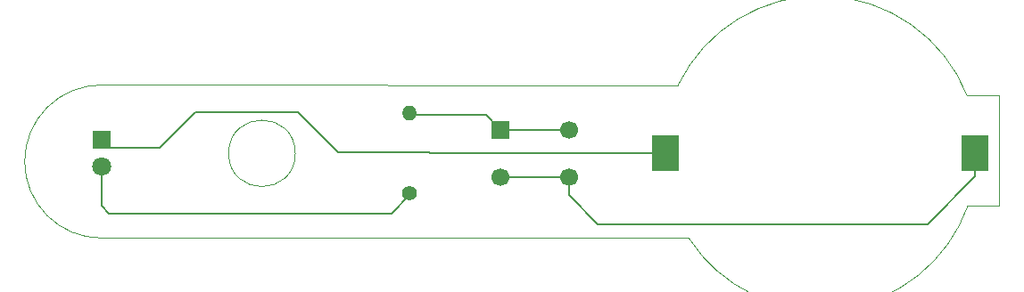
<source format=gbr>
%TF.GenerationSoftware,KiCad,Pcbnew,9.0.1*%
%TF.CreationDate,2025-06-02T10:32:26+09:00*%
%TF.ProjectId,Project 1 LED Torch,50726f6a-6563-4742-9031-204c45442054,1*%
%TF.SameCoordinates,Original*%
%TF.FileFunction,Copper,L1,Top*%
%TF.FilePolarity,Positive*%
%FSLAX46Y46*%
G04 Gerber Fmt 4.6, Leading zero omitted, Abs format (unit mm)*
G04 Created by KiCad (PCBNEW 9.0.1) date 2025-06-02 10:32:26*
%MOMM*%
%LPD*%
G01*
G04 APERTURE LIST*
%TA.AperFunction,ComponentPad*%
%ADD10C,1.800000*%
%TD*%
%TA.AperFunction,ComponentPad*%
%ADD11R,1.800000X1.800000*%
%TD*%
%TA.AperFunction,ComponentPad*%
%ADD12O,1.400000X1.400000*%
%TD*%
%TA.AperFunction,ComponentPad*%
%ADD13C,1.400000*%
%TD*%
%TA.AperFunction,ComponentPad*%
%ADD14C,1.700000*%
%TD*%
%TA.AperFunction,ComponentPad*%
%ADD15R,1.700000X1.700000*%
%TD*%
%TA.AperFunction,SMDPad,CuDef*%
%ADD16R,2.540000X3.510000*%
%TD*%
%TA.AperFunction,Conductor*%
%ADD17C,0.200000*%
%TD*%
%TA.AperFunction,Profile*%
%ADD18C,0.050000*%
%TD*%
G04 APERTURE END LIST*
D10*
%TO.P,D1,2,A*%
%TO.N,/LED_Anode*%
X90250000Y-104765000D03*
D11*
%TO.P,D1,1,K*%
%TO.N,/LED_Cathode*%
X90250000Y-102225000D03*
%TD*%
D12*
%TO.P,R1,2*%
%TO.N,Net-(SW1A-A)*%
X119500000Y-99690000D03*
D13*
%TO.P,R1,1*%
%TO.N,/LED_Anode*%
X119500000Y-107310000D03*
%TD*%
D14*
%TO.P,SW1,2,B*%
%TO.N,/BAT_Pos*%
X134625000Y-105750000D03*
X128125000Y-105750000D03*
%TO.P,SW1,1,A*%
%TO.N,Net-(SW1A-A)*%
X134625000Y-101250000D03*
D15*
X128125000Y-101250000D03*
%TD*%
D16*
%TO.P,BT1,2,-*%
%TO.N,/LED_Cathode*%
X143820000Y-103500000D03*
%TO.P,BT1,1,+*%
%TO.N,/BAT_Pos*%
X173180000Y-103500000D03*
%TD*%
D17*
%TO.N,/BAT_Pos*%
X173180000Y-105720000D02*
X173180000Y-103500000D01*
X168650000Y-110250000D02*
X173180000Y-105720000D01*
X134625000Y-107475000D02*
X137400000Y-110250000D01*
X134625000Y-105750000D02*
X134625000Y-107475000D01*
X137400000Y-110250000D02*
X168650000Y-110250000D01*
%TO.N,/LED_Anode*%
X90983000Y-109233000D02*
X117767000Y-109233000D01*
X90250000Y-108500000D02*
X90250000Y-105540000D01*
X90983000Y-109233000D02*
X90250000Y-108500000D01*
X117767000Y-109233000D02*
X119500000Y-107500000D01*
%TO.N,Net-(SW1A-A)*%
X128125000Y-101250000D02*
X134625000Y-101250000D01*
%TO.N,/BAT_Pos*%
X128125000Y-105750000D02*
X134625000Y-105750000D01*
%TO.N,/LED_Cathode*%
X121450000Y-103500000D02*
X143820000Y-103500000D01*
X121350000Y-103400000D02*
X121450000Y-103500000D01*
X112700000Y-103400000D02*
X121350000Y-103400000D01*
X108900000Y-99600000D02*
X112700000Y-103400000D01*
X99200000Y-99600000D02*
X108900000Y-99600000D01*
X95800000Y-103000000D02*
X99200000Y-99600000D01*
X90250000Y-103000000D02*
X95800000Y-103000000D01*
%TO.N,Net-(SW1A-A)*%
X126755000Y-99880000D02*
X128125000Y-101250000D01*
X119500000Y-99880000D02*
X126755000Y-99880000D01*
%TD*%
D18*
X90275000Y-97000000D02*
X145007191Y-97003463D01*
X90250000Y-111550043D02*
G75*
G02*
X90275000Y-97000000I0J7275043D01*
G01*
X175500000Y-98000000D02*
X174500000Y-98000000D01*
X175500000Y-108500000D02*
X175500000Y-98000000D01*
X174500000Y-108500000D02*
X175500000Y-108500000D01*
X172428779Y-98000000D02*
X174500000Y-98000000D01*
X172501874Y-108500000D02*
X174500000Y-108500000D01*
X172501874Y-108500000D02*
G75*
G02*
X146000001Y-111550000I-14001874J5000000D01*
G01*
X145007191Y-97003462D02*
G75*
G02*
X172428780Y-98000000I13492809J-6496538D01*
G01*
X90250000Y-111550000D02*
X146000000Y-111550000D01*
X108662278Y-103500000D02*
G75*
G02*
X102337722Y-103500000I-3162278J0D01*
G01*
X102337722Y-103500000D02*
G75*
G02*
X108662278Y-103500000I3162278J0D01*
G01*
M02*

</source>
